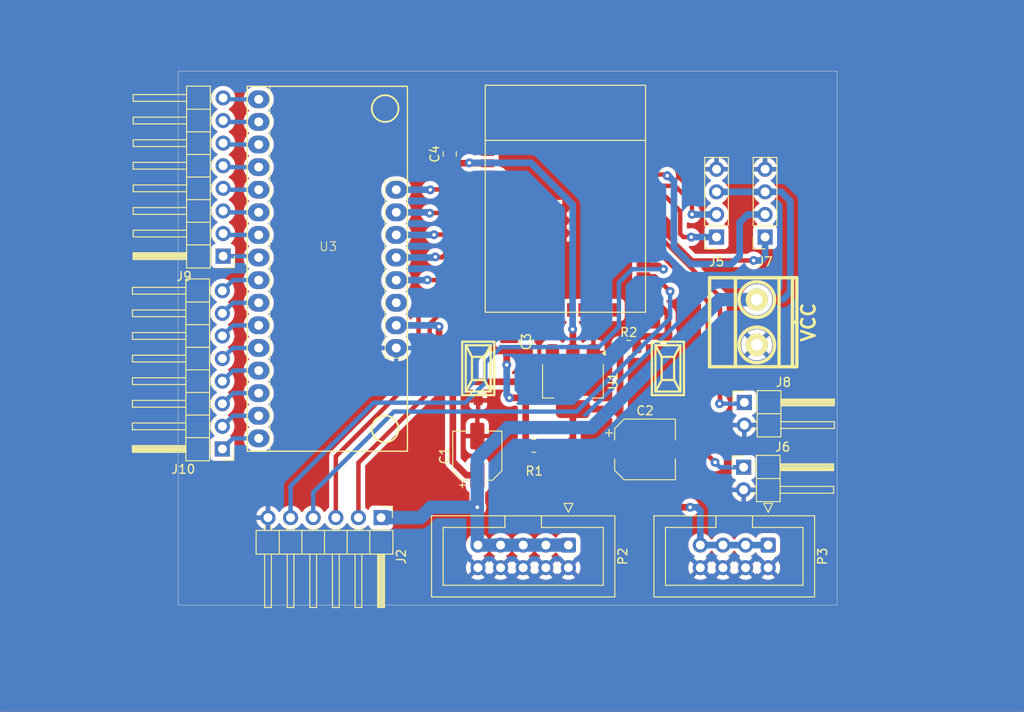
<source format=kicad_pcb>
(kicad_pcb (version 20240108) (generator "pcbnew") (generator_version "8.0")
  (layers (0 "F.Cu" signal) (31 "B.Cu" signal) (34 "B.Paste" user) (35 "F.Paste" user) (36 "B.SilkS" user "B.Silkscreen") (37 "F.SilkS" user "F.Silkscreen") (38 "B.Mask" user) (39 "F.Mask" user) (44 "Edge.Cuts" user))
  (net 0 "")
  (net 1 "+5V")
  (net 2 "GND")
  (net 3 "+3V3")
  (net 4 "/RXD")
  (net 5 "/TXD")
  (net 6 "/BOTON1")
  (net 7 "/SCL")
  (net 8 "/SDA")
  (net 9 "/BOTON2")
  (net 10 "/MULTIPLEXOR1")
  (net 11 "/MULTIPLEXOR2")
  (net 12 "/ENABLE")
  (net 13 "/MULTIPLEXOR4")
  (net 14 "/MULTIPLEXOR3")
  (net 15 "/MULTIPLEXOR5")
  (net 16 "/EN")
  (net 17 "/IOO")
  (net 26 "/MA1")
  (net 31 "/MB2")
  (net 32 "/MB1")
  (net 36 "/MA2")
  (net 38 "Net-(J9-Pin_2)")
  (net 39 "Net-(J9-Pin_5)")
  (net 40 "Net-(J9-Pin_4)")
  (net 41 "Net-(J9-Pin_7)")
  (net 42 "Net-(J9-Pin_6)")
  (net 43 "Net-(J9-Pin_1)")
  (net 44 "Net-(J9-Pin_3)")
  (net 45 "Net-(J9-Pin_8)")
  (net 46 "Net-(J10-Pin_8)")
  (net 47 "Net-(J10-Pin_1)")
  (net 48 "Net-(J10-Pin_4)")
  (net 49 "Net-(J10-Pin_5)")
  (net 50 "Net-(J10-Pin_7)")
  (net 51 "Net-(J10-Pin_3)")
  (net 52 "Net-(J10-Pin_2)")
  (net 53 "Net-(J10-Pin_6)")
  (footprint "EESTN5:Pulsador_SMD_2_ALTO" (layer "F.Cu") (at 135 71.4 90)
    (property "Reference" "SW_BOOT1" (hide yes))
    (property "Value" "SW_Push" (hide yes))
    (pad "1" smd rect (at -3.59918 0 90) (size 1.00076 1.00076) (layers "F.Cu" "F.Paste" "F.Mask") (net 2 "GND"))
    (pad "2" smd rect (at 3.59918 0 90) (size 1.00076 1.00076) (layers "F.Cu" "F.Paste" "F.Mask") (net 17 "/IOO"))
  )
  (footprint "Connector_IDC:IDC-Header_2x05_P2.54mm_Vertical" (layer "F.Cu") (at 123.83 91.25 -90)
    (property "Reference" "P2" (at 1.27 -6.1 90) (layer "F.SilkS"))
    (property "Value" "5vMultiplexor")
    (pad "1" thru_hole roundrect (at 0 0 270) (size 1.7 1.7) (drill 1) (layers "*.Cu" "*.Mask") (roundrect_rratio 0.147059) (net 1 "+5V"))
    (pad "2" thru_hole circle (at 2.54 0 270) (size 1.7 1.7) (drill 1) (layers "*.Cu" "*.Mask") (net 2 "GND"))
    (pad "3" thru_hole circle (at 0 2.54 270) (size 1.7 1.7) (drill 1) (layers "*.Cu" "*.Mask") (net 1 "+5V"))
    (pad "4" thru_hole circle (at 2.54 2.54 270) (size 1.7 1.7) (drill 1) (layers "*.Cu" "*.Mask") (net 2 "GND"))
    (pad "5" thru_hole circle (at 0 5.08 270) (size 1.7 1.7) (drill 1) (layers "*.Cu" "*.Mask") (net 1 "+5V"))
    (pad "6" thru_hole circle (at 2.54 5.08 270) (size 1.7 1.7) (drill 1) (layers "*.Cu" "*.Mask") (net 2 "GND"))
    (pad "7" thru_hole circle (at 0 7.62 270) (size 1.7 1.7) (drill 1) (layers "*.Cu" "*.Mask") (net 1 "+5V"))
    (pad "8" thru_hole circle (at 2.54 7.62 270) (size 1.7 1.7) (drill 1) (layers "*.Cu" "*.Mask") (net 2 "GND"))
    (pad "9" thru_hole circle (at 0 10.16 270) (size 1.7 1.7) (drill 1) (layers "*.Cu" "*.Mask") (net 1 "+5V"))
    (pad "10" thru_hole circle (at 2.54 10.16 270) (size 1.7 1.7) (drill 1) (layers "*.Cu" "*.Mask") (net 2 "GND"))
  )
  (footprint "Capacitor_SMD:CP_Elec_6.3x5.9" (layer "F.Cu") (at 132.43 80.5)
    (property "Reference" "C2" (at 0 -4.35 0) (layer "F.SilkS"))
    (property "Value" "100uF")
    (pad "1" smd roundrect (at -2.8 0) (size 3.5 1.6) (layers "F.Cu" "F.Paste" "F.Mask") (roundrect_rratio 0.15625) (net 3 "+3V3"))
    (pad "2" smd roundrect (at 2.8 0) (size 3.5 1.6) (layers "F.Cu" "F.Paste" "F.Mask") (roundrect_rratio 0.15625) (net 2 "GND"))
  )
  (footprint "Capacitor_SMD:CP_Elec_5x4.5" (layer "F.Cu") (at 113.6 81.2 90)
    (property "Reference" "C1" (at 0 -3.7 270) (layer "F.SilkS"))
    (property "Value" "10uF")
    (pad "1" smd roundrect (at -2.2 0 90) (size 3 1.6) (layers "F.Cu" "F.Paste" "F.Mask") (roundrect_rratio 0.15625) (net 1 "+5V"))
    (pad "2" smd roundrect (at 2.2 0 90) (size 3 1.6) (layers "F.Cu" "F.Paste" "F.Mask") (roundrect_rratio 0.15625) (net 2 "GND"))
  )
  (footprint "Package_TO_SOT_SMD:SOT-223-3_TabPin2" (layer "F.Cu") (at 124.3325 72.82 -90)
    (property "Reference" "U1" (at 0 -4.5 90) (layer "F.SilkS"))
    (property "Value" "AMS1117-3.3")
    (pad "1" smd roundrect (at -3.15 -2.3 270) (size 2 1.5) (layers "F.Cu" "F.Paste" "F.Mask") (net 2 "GND"))
    (pad "2" smd roundrect (at -3.15 0 270) (size 2 1.5) (layers "F.Cu" "F.Paste" "F.Mask") (net 3 "+3V3"))
    (pad "2" smd roundrect (at 3.15 0 270) (size 2 3.8) (layers "F.Cu" "F.Paste" "F.Mask") (net 3 "+3V3"))
    (pad "3" smd roundrect (at -3.15 2.3 270) (size 2 1.5) (layers "F.Cu" "F.Paste" "F.Mask") (net 1 "+5V"))
  )
  (footprint "EESTN5:Pulsador_SMD_2_ALTO" (layer "F.Cu") (at 113.7 71.4 90)
    (property "Reference" "SW_EN1" (hide yes))
    (property "Value" "SW_Push" (hide yes))
    (pad "1" smd rect (at -3.59918 0 90) (size 1.00076 1.00076) (layers "F.Cu" "F.Paste" "F.Mask") (net 2 "GND"))
    (pad "2" smd rect (at 3.59918 0 90) (size 1.00076 1.00076) (layers "F.Cu" "F.Paste" "F.Mask") (net 16 "/EN"))
  )
  (footprint "Resistor_SMD:R_0805_2012Metric" (layer "F.Cu") (at 130.6 69)
    (property "Reference" "R2" (at 0 -1.65 360) (layer "F.SilkS"))
    (property "Value" "10k")
    (pad "1" smd roundrect (at -0.9125 0) (size 1.025 1.4) (layers "F.Cu" "F.Paste" "F.Mask") (roundrect_rratio 0.243902) (net 3 "+3V3"))
    (pad "2" smd roundrect (at 0.9125 0) (size 1.025 1.4) (layers "F.Cu" "F.Paste" "F.Mask") (roundrect_rratio 0.243902) (net 17 "/IOO"))
  )
  (footprint "Connector_PinSocket_2.54mm:PinSocket_1x04_P2.54mm_Vertical" (layer "F.Cu") (at 140.46 56.64 180)
    (property "Reference" "J5" (at 0 -2.77 180) (layer "F.SilkS"))
    (property "Value" "Programador")
    (pad "1" thru_hole rect (at 0 0 180) (size 1.7 1.7) (drill 1) (layers "*.Cu" "*.Mask") (net 4 "/RXD"))
    (pad "2" thru_hole oval (at 0 2.54 180) (size 1.7 1.7) (drill 1) (layers "*.Cu" "*.Mask") (net 5 "/TXD"))
    (pad "3" thru_hole oval (at 0 5.08 180) (size 1.7 1.7) (drill 1) (layers "*.Cu" "*.Mask") (net 1 "+5V"))
    (pad "4" thru_hole oval (at 0 7.62 180) (size 1.7 1.7) (drill 1) (layers "*.Cu" "*.Mask") (net 2 "GND"))
  )
  (footprint "Connector_PinHeader_2.54mm:PinHeader_1x08_P2.54mm_Horizontal" (layer "F.Cu") (at 84.97 80.45 180)
    (property "Reference" "J10" (at 4.385 -2.27 180) (layer "F.SilkS"))
    (property "Value" "MUX_header2")
    (pad "1" thru_hole rect (at 0 0 180) (size 1.7 1.7) (drill 1) (layers "*.Cu" "*.Mask") (net 47 "Net-(J10-Pin_1)"))
    (pad "2" thru_hole oval (at 0 2.54 180) (size 1.7 1.7) (drill 1) (layers "*.Cu" "*.Mask") (net 52 "Net-(J10-Pin_2)"))
    (pad "3" thru_hole oval (at 0 5.08 180) (size 1.7 1.7) (drill 1) (layers "*.Cu" "*.Mask") (net 51 "Net-(J10-Pin_3)"))
    (pad "4" thru_hole oval (at 0 7.62 180) (size 1.7 1.7) (drill 1) (layers "*.Cu" "*.Mask") (net 48 "Net-(J10-Pin_4)"))
    (pad "5" thru_hole oval (at 0 10.16 180) (size 1.7 1.7) (drill 1) (layers "*.Cu" "*.Mask") (net 49 "Net-(J10-Pin_5)"))
    (pad "6" thru_hole oval (at 0 12.7 180) (size 1.7 1.7) (drill 1) (layers "*.Cu" "*.Mask") (net 53 "Net-(J10-Pin_6)"))
    (pad "7" thru_hole oval (at 0 15.24 180) (size 1.7 1.7) (drill 1) (layers "*.Cu" "*.Mask") (net 50 "Net-(J10-Pin_7)"))
    (pad "8" thru_hole oval (at 0 17.78 180) (size 1.7 1.7) (drill 1) (layers "*.Cu" "*.Mask") (net 46 "Net-(J10-Pin_8)"))
  )
  (footprint "Resistor_SMD:R_0805_2012Metric" (layer "F.Cu") (at 119.94 80.08 180)
    (property "Reference" "R1" (at -0.05 -2.85 180) (layer "F.SilkS"))
    (property "Value" "10k")
    (pad "1" smd roundrect (at -0.9125 0 180) (size 1.025 1.4) (layers "F.Cu" "F.Paste" "F.Mask") (roundrect_rratio 0.243902) (net 3 "+3V3"))
    (pad "2" smd roundrect (at 0.9125 0 180) (size 1.025 1.4) (layers "F.Cu" "F.Paste" "F.Mask") (roundrect_rratio 0.243902) (net 16 "/EN"))
  )
  (footprint "Connector_PinSocket_2.54mm:PinSocket_1x04_P2.54mm_Vertical" (layer "F.Cu") (at 145.91 56.64 180)
    (property "Reference" "J7" (at 0 -2.77 180) (layer "F.SilkS"))
    (property "Value" "I2C")
    (pad "1" thru_hole rect (at 0 0 180) (size 1.7 1.7) (drill 1) (layers "*.Cu" "*.Mask") (net 8 "/SDA"))
    (pad "2" thru_hole oval (at 0 2.54 180) (size 1.7 1.7) (drill 1) (layers "*.Cu" "*.Mask") (net 7 "/SCL"))
    (pad "3" thru_hole oval (at 0 5.08 180) (size 1.7 1.7) (drill 1) (layers "*.Cu" "*.Mask") (net 1 "+5V"))
    (pad "4" thru_hole oval (at 0 7.62 180) (size 1.7 1.7) (drill 1) (layers "*.Cu" "*.Mask") (net 2 "GND"))
  )
  (footprint "Connector_PinHeader_2.54mm:PinHeader_1x06_P2.54mm_Horizontal" (layer "F.Cu") (at 102.79 88.165 -90)
    (property "Reference" "J2" (at 4.385 -2.27 90) (layer "F.SilkS"))
    (property "Value" "Motores")
    (pad "1" thru_hole rect (at 0 0 270) (size 1.7 1.7) (drill 1) (layers "*.Cu" "*.Mask") (net 1 "+5V"))
    (pad "2" thru_hole oval (at 0 2.54 270) (size 1.7 1.7) (drill 1) (layers "*.Cu" "*.Mask") (net 36 "/MA2"))
    (pad "3" thru_hole oval (at 0 5.08 270) (size 1.7 1.7) (drill 1) (layers "*.Cu" "*.Mask") (net 26 "/MA1"))
    (pad "4" thru_hole oval (at 0 7.62 270) (size 1.7 1.7) (drill 1) (layers "*.Cu" "*.Mask") (net 32 "/MB1"))
    (pad "5" thru_hole oval (at 0 10.16 270) (size 1.7 1.7) (drill 1) (layers "*.Cu" "*.Mask") (net 31 "/MB2"))
    (pad "6" thru_hole oval (at 0 12.7 270) (size 1.7 1.7) (drill 1) (layers "*.Cu" "*.Mask") (net 2 "GND"))
  )
  (footprint "EESTN5:BORNERA2" (layer "F.Cu") (at 144.98 66.21 90)
    (property "Reference" "J1" (hide yes))
    (property "Value" "VCC" (at 0 5.8 270) (layer "F.SilkS") (effects (font (size 1.5 1.5) (thickness 0.3))))
    (pad "1" thru_hole circle (at -2.54 0 90) (size 2.5 2.5) (drill 1.3) (layers "*.Cu" "*.Mask" "F.SilkS") (net 2 "GND"))
    (pad "2" thru_hole circle (at 2.54 0 90) (size 2.5 2.5) (drill 1.3) (layers "*.Cu" "*.Mask" "F.SilkS") (net 1 "+5V"))
  )
  (footprint "Capacitor_SMD:C_0805_2012Metric_Pad1.18x1.45mm_HandSolder" (layer "F.Cu") (at 119.1 68.4 90)
    (property "Reference" "C3" (at 0 0 -90) (layer "F.SilkS"))
    (property "Value" "100nF")
    (pad "1" smd roundrect (at -1.0375 0 90) (size 1.175 1.45) (layers "F.Cu" "F.Paste" "F.Mask") (roundrect_rratio 0.212766) (net 16 "/EN"))
    (pad "2" smd roundrect (at 1.0375 0 90) (size 1.175 1.45) (layers "F.Cu" "F.Paste" "F.Mask") (roundrect_rratio 0.212766) (net 2 "GND"))
  )
  (footprint "Connector_PinHeader_2.54mm:PinHeader_1x08_P2.54mm_Horizontal" (layer "F.Cu") (at 85.055 58.785 180)
    (property "Reference" "J9" (at 4.385 -2.27 180) (layer "F.SilkS"))
    (property "Value" "MUX_header1")
    (pad "1" thru_hole rect (at 0 0 180) (size 1.7 1.7) (drill 1) (layers "*.Cu" "*.Mask") (net 43 "Net-(J9-Pin_1)"))
    (pad "2" thru_hole oval (at 0 2.54 180) (size 1.7 1.7) (drill 1) (layers "*.Cu" "*.Mask") (net 38 "Net-(J9-Pin_2)"))
    (pad "3" thru_hole oval (at 0 5.08 180) (size 1.7 1.7) (drill 1) (layers "*.Cu" "*.Mask") (net 44 "Net-(J9-Pin_3)"))
    (pad "4" thru_hole oval (at 0 7.62 180) (size 1.7 1.7) (drill 1) (layers "*.Cu" "*.Mask") (net 40 "Net-(J9-Pin_4)"))
    (pad "5" thru_hole oval (at 0 10.16 180) (size 1.7 1.7) (drill 1) (layers "*.Cu" "*.Mask") (net 39 "Net-(J9-Pin_5)"))
    (pad "6" thru_hole oval (at 0 12.7 180) (size 1.7 1.7) (drill 1) (layers "*.Cu" "*.Mask") (net 42 "Net-(J9-Pin_6)"))
    (pad "7" thru_hole oval (at 0 15.24 180) (size 1.7 1.7) (drill 1) (layers "*.Cu" "*.Mask") (net 41 "Net-(J9-Pin_7)"))
    (pad "8" thru_hole oval (at 0 17.78 180) (size 1.7 1.7) (drill 1) (layers "*.Cu" "*.Mask") (net 45 "Net-(J9-Pin_8)"))
  )
  (footprint "Connector_PinHeader_2.54mm:PinHeader_1x02_P2.54mm_Horizontal" (layer "F.Cu") (at 143.5 82.5)
    (property "Reference" "J6" (at 4.385 -2.27 0) (layer "F.SilkS"))
    (property "Value" "Boton2")
    (pad "1" thru_hole rect (at 0 0) (size 1.7 1.7) (drill 1) (layers "*.Cu" "*.Mask") (net 6 "/BOTON1"))
    (pad "2" thru_hole oval (at 0 2.54) (size 1.7 1.7) (drill 1) (layers "*.Cu" "*.Mask") (net 2 "GND"))
  )
  (footprint "Capacitor_SMD:C_0805_2012Metric_Pad1.18x1.45mm_HandSolder" (layer "F.Cu") (at 110.5 47.3 90)
    (property "Reference" "C4" (at 0 -1.68 270) (layer "F.SilkS"))
    (property "Value" "100nF")
    (pad "1" smd roundrect (at -1.0375 0 90) (size 1.175 1.45) (layers "F.Cu" "F.Paste" "F.Mask") (roundrect_rratio 0.212766) (net 3 "+3V3"))
    (pad "2" smd roundrect (at 1.0375 0 90) (size 1.175 1.45) (layers "F.Cu" "F.Paste" "F.Mask") (roundrect_rratio 0.212766) (net 2 "GND"))
  )
  (footprint "Connector_PinHeader_2.54mm:PinHeader_1x02_P2.54mm_Horizontal" (layer "F.Cu") (at 143.585 75.225)
    (property "Reference" "J8" (at 4.385 -2.27 0) (layer "F.SilkS"))
    (property "Value" "Boton1")
    (pad "1" thru_hole rect (at 0 0) (size 1.7 1.7) (drill 1) (layers "*.Cu" "*.Mask") (net 9 "/BOTON2"))
    (pad "2" thru_hole oval (at 0 2.54) (size 1.7 1.7) (drill 1) (layers "*.Cu" "*.Mask") (net 2 "GND"))
  )
  (footprint "EESTN5:ESP32-WROOM-32E" (layer "F.Cu") (at 123.49 55.32675)
    (property "Reference" "U2" (hide yes))
    (property "Value" "ESP32-WROOM-32E")
    (pad "3V3" smd rect (at -8.75 -6.985) (size 1.5 0.9) (layers "F.Cu" "F.Paste" "F.Mask") (net 3 "+3V3"))
    (pad "5" smd rect (at -8.75 -4.445) (size 1.5 0.9) (layers "F.Cu" "F.Paste" "F.Mask"))
    (pad "8" smd rect (at -8.75 -3.175) (size 1.5 0.9) (layers "F.Cu" "F.Paste" "F.Mask"))
    (pad "9" smd rect (at -8.75 -5.715) (size 1.5 0.9) (layers "F.Cu" "F.Paste" "F.Mask") (net 16 "/EN"))
    (pad "10" smd rect (at -8.75 -1.905) (size 1.5 0.9) (layers "F.Cu" "F.Paste" "F.Mask") (net 15 "/MULTIPLEXOR5"))
    (pad "11" smd rect (at -8.75 -0.635) (size 1.5 0.9) (layers "F.Cu" "F.Paste" "F.Mask") (net 13 "/MULTIPLEXOR4"))
    (pad "12" smd rect (at -8.75 0.635) (size 1.5 0.9) (layers "F.Cu" "F.Paste" "F.Mask") (net 14 "/MULTIPLEXOR3"))
    (pad "13" smd rect (at -8.75 1.905) (size 1.5 0.9) (layers "F.Cu" "F.Paste" "F.Mask") (net 11 "/MULTIPLEXOR2"))
    (pad "14" smd rect (at -8.75 3.175) (size 1.5 0.9) (layers "F.Cu" "F.Paste" "F.Mask") (net 10 "/MULTIPLEXOR1"))
    (pad "15" smd rect (at -8.75 4.445) (size 1.5 0.9) (layers "F.Cu" "F.Paste" "F.Mask") (net 26 "/MA1"))
    (pad "16" smd rect (at -8.75 5.715) (size 1.5 0.9) (layers "F.Cu" "F.Paste" "F.Mask") (net 36 "/MA2"))
    (pad "17" smd rect (at -8.75 6.985) (size 1.5 0.9) (layers "F.Cu" "F.Paste" "F.Mask"))
    (pad "18" smd rect (at -8.75 8.255) (size 1.5 0.9) (layers "F.Cu" "F.Paste" "F.Mask"))
    (pad "20" smd rect (at -4.445 9.505 90) (size 1.5 0.9) (layers "F.Cu" "F.Paste" "F.Mask"))
    (pad "21" smd rect (at 4.445 9.505 90) (size 1.5 0.9) (layers "F.Cu" "F.Paste" "F.Mask"))
    (pad "22" smd rect (at 5.715 9.505 90) (size 1.5 0.9) (layers "F.Cu" "F.Paste" "F.Mask"))
    (pad "23" smd rect (at 8.75 8.255 180) (size 1.5 0.9) (layers "F.Cu" "F.Paste" "F.Mask") (net 17 "/IOO"))
    (pad "24" smd rect (at 8.75 6.985 180) (size 1.5 0.9) (layers "F.Cu" "F.Paste" "F.Mask") (net 12 "/ENABLE"))
    (pad "25" smd rect (at 8.75 5.715 180) (size 1.5 0.9) (layers "F.Cu" "F.Paste" "F.Mask") (net 32 "/MB1"))
    (pad "27" smd rect (at 8.75 4.445 180) (size 1.5 0.9) (layers "F.Cu" "F.Paste" "F.Mask") (net 31 "/MB2"))
    (pad "28" smd rect (at -3.175 9.505 90) (size 1.5 0.9) (layers "F.Cu" "F.Paste" "F.Mask"))
    (pad "29" smd rect (at -1.905 9.505 90) (size 1.5 0.9) (layers "F.Cu" "F.Paste" "F.Mask"))
    (pad "30" smd rect (at -0.635 9.505 90) (size 1.5 0.9) (layers "F.Cu" "F.Paste" "F.Mask"))
    (pad "31" smd rect (at 0.635 9.505 90) (size 1.5 0.9) (layers "F.Cu" "F.Paste" "F.Mask"))
    (pad "32" smd rect (at 1.905 9.505 90) (size 1.5 0.9) (layers "F.Cu" "F.Paste" "F.Mask"))
    (pad "33" smd rect (at 3.175 9.505 90) (size 1.5 0.9) (layers "F.Cu" "F.Paste" "F.Mask"))
    (pad "34" smd rect (at 8.75 3.175 180) (size 1.5 0.9) (layers "F.Cu" "F.Paste" "F.Mask") (net 6 "/BOTON1"))
    (pad "35" smd rect (at 8.75 1.905 180) (size 1.5 0.9) (layers "F.Cu" "F.Paste" "F.Mask") (net 9 "/BOTON2"))
    (pad "36" smd rect (at 8.75 -6.985 180) (size 1.5 0.9) (layers "F.Cu" "F.Paste" "F.Mask"))
    (pad "38" smd rect (at 8.75 0.635 180) (size 1.5 0.9) (layers "F.Cu" "F.Paste" "F.Mask"))
    (pad "39" smd rect (at 8.75 -5.715 180) (size 1.5 0.9) (layers "F.Cu" "F.Paste" "F.Mask") (net 7 "/SCL"))
    (pad "40" smd rect (at 8.75 -3.175 180) (size 1.5 0.9) (layers "F.Cu" "F.Paste" "F.Mask") (net 4 "/RXD"))
    (pad "41" smd rect (at 8.75 -4.445 180) (size 1.5 0.9) (layers "F.Cu" "F.Paste" "F.Mask") (net 5 "/TXD"))
    (pad "42" smd rect (at 8.75 -1.905 180) (size 1.5 0.9) (layers "F.Cu" "F.Paste" "F.Mask") (net 8 "/SDA"))
    (pad "GND" smd rect (at -8.75 -8.255) (size 1.5 0.9) (layers "F.Cu" "F.Paste" "F.Mask") (net 2 "GND"))
    (pad "GND" smd rect (at -5.715 9.505 90) (size 1.5 0.9) (layers "F.Cu" "F.Paste" "F.Mask") (net 2 "GND"))
    (pad "GND" smd rect (at -2.9 -1.935) (size 0.9 0.9) (layers "F.Cu" "F.Paste" "F.Mask") (net 2 "GND"))
    (pad "GND" smd rect (at -2.9 -0.535) (size 0.9 0.9) (layers "F.Cu" "F.Paste" "F.Mask") (net 2 "GND"))
    (pad "GND" smd rect (at -2.9 0.865) (size 0.9 0.9) (layers "F.Cu" "F.Paste" "F.Mask") (net 2 "GND"))
    (pad "GND" smd rect (at -1.5 -1.935) (size 0.9 0.9) (layers "F.Cu" "F.Paste" "F.Mask") (net 2 "GND"))
    (pad "GND" smd rect (at -1.5 -0.535) (size 0.9 0.9) (layers "F.Cu" "F.Paste" "F.Mask") (net 2 "GND"))
    (pad "GND" smd rect (at -1.5 0.865) (size 0.9 0.9) (layers "F.Cu" "F.Paste" "F.Mask") (net 2 "GND"))
    (pad "GND" smd rect (at -0.1 -1.935) (size 0.9 0.9) (layers "F.Cu" "F.Paste" "F.Mask") (net 2 "GND"))
    (pad "GND" smd rect (at -0.1 -0.535) (size 0.9 0.9) (layers "F.Cu" "F.Paste" "F.Mask") (net 2 "GND"))
    (pad "GND" smd rect (at -0.1 0.865) (size 0.9 0.9) (layers "F.Cu" "F.Paste" "F.Mask") (net 2 "GND"))
    (pad "GND" smd rect (at 8.75 -8.255 180) (size 1.5 0.9) (layers "F.Cu" "F.Paste" "F.Mask") (net 2 "GND"))
    (pad "NC" smd rect (at 8.75 -0.635 180) (size 1.5 0.9) (layers "F.Cu" "F.Paste" "F.Mask"))
    (zone (net 0) (net_name "") (layer "F.Cu") (connect_pads (clearance 0)) (min_thickness 0.01)
      (keepout (tracks not_allowed) (vias not_allowed) (pads not_allowed) (copperpour not_allowed) (footprints allowed))
      (fill (thermal_gap 0.508) (thermal_bridge_width 0.508))
      (polygon (pts (xy 114.49 39.58175) (xy 132.49 39.58175) (xy 132.49 45.77175) (xy 114.49 45.77175)))
    )
  )
  (footprint "Connector_IDC:IDC-Header_2x04_P2.54mm_Vertical" (layer "F.Cu") (at 146.26 91.25 -90)
    (property "Reference" "P3" (at 1.27 -6.1 90) (layer "F.SilkS"))
    (property "Value" "5vMultiplexor")
    (pad "1" thru_hole roundrect (at 0 0 270) (size 1.7 1.7) (drill 1) (layers "*.Cu" "*.Mask") (roundrect_rratio 0.147059) (net 3 "+3V3"))
    (pad "2" thru_hole circle (at 2.54 0 270) (size 1.7 1.7) (drill 1) (layers "*.Cu" "*.Mask") (net 2 "GND"))
    (pad "3" thru_hole circle (at 0 2.54 270) (size 1.7 1.7) (drill 1) (layers "*.Cu" "*.Mask") (net 3 "+3V3"))
    (pad "4" thru_hole circle (at 2.54 2.54 270) (size 1.7 1.7) (drill 1) (layers "*.Cu" "*.Mask") (net 2 "GND"))
    (pad "5" thru_hole circle (at 0 5.08 270) (size 1.7 1.7) (drill 1) (layers "*.Cu" "*.Mask") (net 3 "+3V3"))
    (pad "6" thru_hole circle (at 2.54 5.08 270) (size 1.7 1.7) (drill 1) (layers "*.Cu" "*.Mask") (net 2 "GND"))
    (pad "7" thru_hole circle (at 0 7.62 270) (size 1.7 1.7) (drill 1) (layers "*.Cu" "*.Mask") (net 3 "+3V3"))
    (pad "8" thru_hole circle (at 2.54 7.62 270) (size 1.7 1.7) (drill 1) (layers "*.Cu" "*.Mask") (net 2 "GND"))
  )
  (footprint "Mix lib:HP4067_module" (layer "F.Cu") (at 96.8 60)
    (property "Reference" "U3" (at 0.05 -2.3 0) (layer "F.SilkS") (effects (font (thickness 0.1))))
    (property "Value" "MUX 4067")
    (pad "1" thru_hole oval (at -7.75 -18.84) (size 2.4 2) (drill 1) (layers "*.Cu" "*.Mask") (net 45 "Net-(J9-Pin_8)"))
    (pad "2" thru_hole oval (at -7.75 -16.3) (size 2.4 2) (drill 1) (layers "*.Cu" "*.Mask") (net 41 "Net-(J9-Pin_7)"))
    (pad "3" thru_hole oval (at -7.75 -13.76) (size 2.4 2) (drill 1) (layers "*.Cu" "*.Mask") (net 42 "Net-(J9-Pin_6)"))
    (pad "4" thru_hole oval (at -7.75 -11.22) (size 2.4 2) (drill 1) (layers "*.Cu" "*.Mask") (net 39 "Net-(J9-Pin_5)"))
    (pad "5" thru_hole oval (at -7.75 -8.68) (size 2.4 2) (drill 1) (layers "*.Cu" "*.Mask") (net 40 "Net-(J9-Pin_4)"))
    (pad "6" thru_hole oval (at -7.75 -6.14) (size 2.4 2) (drill 1) (layers "*.Cu" "*.Mask") (net 44 "Net-(J9-Pin_3)"))
    (pad "7" thru_hole oval (at -7.75 -3.6) (size 2.4 2) (drill 1) (layers "*.Cu" "*.Mask") (net 38 "Net-(J9-Pin_2)"))
    (pad "8" thru_hole oval (at -7.75 -1.06) (size 2.4 2) (drill 1) (layers "*.Cu" "*.Mask") (net 43 "Net-(J9-Pin_1)"))
    (pad "9" thru_hole oval (at -7.75 1.48) (size 2.4 2) (drill 1) (layers "*.Cu" "*.Mask") (net 46 "Net-(J10-Pin_8)"))
    (pad "10" thru_hole oval (at -7.75 4.02) (size 2.4 2) (drill 1) (layers "*.Cu" "*.Mask") (net 50 "Net-(J10-Pin_7)"))
    (pad "11" thru_hole oval (at -7.75 6.56) (size 2.4 2) (drill 1) (layers "*.Cu" "*.Mask") (net 53 "Net-(J10-Pin_6)"))
    (pad "12" thru_hole oval (at -7.75 9.1) (size 2.4 2) (drill 1) (layers "*.Cu" "*.Mask") (net 49 "Net-(J10-Pin_5)"))
    (pad "13" thru_hole oval (at -7.75 11.64) (size 2.4 2) (drill 1) (layers "*.Cu" "*.Mask") (net 48 "Net-(J10-Pin_4)"))
    (pad "14" thru_hole oval (at -7.75 14.18) (size 2.4 2) (drill 1) (layers "*.Cu" "*.Mask") (net 51 "Net-(J10-Pin_3)"))
    (pad "15" thru_hole oval (at -7.75 16.72) (size 2.4 2) (drill 1) (layers "*.Cu" "*.Mask") (net 52 "Net-(J10-Pin_2)"))
    (pad "16" thru_hole oval (at -7.75 19.26) (size 2.4 2) (drill 1) (layers "*.Cu" "*.Mask") (net 47 "Net-(J10-Pin_1)"))
    (pad "17" thru_hole oval (at 7.7 -8.68) (size 2.4 2) (drill 1) (layers "*.Cu" "*.Mask") (net 15 "/MULTIPLEXOR5"))
    (pad "18" thru_hole oval (at 7.7 -6.14) (size 2.4 2) (drill 1) (layers "*.Cu" "*.Mask") (net 13 "/MULTIPLEXOR4"))
    (pad "19" thru_hole oval (at 7.7 -3.6) (size 2.4 2) (drill 1) (layers "*.Cu" "*.Mask") (net 14 "/MULTIPLEXOR3"))
    (pad "20" thru_hole oval (at 7.7 -1.06) (size 2.4 2) (drill 1) (layers "*.Cu" "*.Mask") (net 11 "/MULTIPLEXOR2"))
    (pad "21" thru_hole oval (at 7.7 1.48) (size 2.4 2) (drill 1) (layers "*.Cu" "*.Mask") (net 10 "/MULTIPLEXOR1"))
    (pad "22" thru_hole oval (at 7.7 4.02) (size 2.4 2) (drill 1) (layers "*.Cu" "*.Mask"))
    (pad "23" thru_hole oval (at 7.7 6.56) (size 2.4 2) (drill 1) (layers "*.Cu" "*.Mask") (net 1 "+5V"))
    (pad "24" thru_hole oval (at 7.7 9.1) (size 2.4 2) (drill 1) (layers "*.Cu" "*.Mask") (net 2 "GND"))
  )
  (gr_line (start 80 38) (end 80 98) (stroke (width 0.05)) (layer "Edge.Cuts"))
  (gr_line (start 80 98) (end 154 98) (stroke (width 0.05)) (layer "Edge.Cuts"))
  (gr_line (start 154 38) (end 114 38) (stroke (width 0.05)) (layer "Edge.Cuts"))
  (gr_line (start 154 98) (end 154 38) (stroke (width 0.05)) (layer "Edge.Cuts"))
  (gr_line (start 114 38) (end 80 38) (stroke (width 0.05)) (layer "Edge.Cuts"))
  (segment (start 113.6 87) (end 113.6 87.1) (width 0.75) (layer "F.Cu") (net 1))
  (segment (start 112.38 83.4) (end 110.85 81.87) (width 0.75) (layer "F.Cu") (net 1))
  (segment (start 109.3 70.9) (end 109.3 66.7) (width 0.75) (layer "F.Cu") (net 1))
  (segment (start 122.0325 69.67) (end 122.0325 71.8675) (width 0.75) (layer "F.Cu") (net 1))
  (segment (start 121 72.9) (end 111.3 72.9) (width 0.75) (layer "F.Cu") (net 1))
  (segment (start 110.85 73.35) (end 111.3 72.9) (width 0.75) (layer "F.Cu") (net 1))
  (segment (start 113.6 83.4) (end 112.38 83.4) (width 0.75) (layer "F.Cu") (net 1))
  (segment (start 122.0325 71.8675) (end 121 72.9) (width 0.75) (layer "F.Cu") (net 1))
  (segment (start 113.6 83.4) (end 113.6 87) (width 0.75) (layer "F.Cu") (net 1))
  (segment (start 111.3 72.9) (end 109.3 70.9) (width 0.75) (layer "F.Cu") (net 1))
  (segment (start 110.85 81.87) (end 110.85 73.35) (width 0.75) (layer "F.Cu") (net 1))
  (via (at 109.3 66.7) (size 1) (drill 0.4) (layers "F.Cu" "B.Cu") (net 1))
  (via (at 113.6 87) (size 1) (drill 0.4) (layers "F.Cu" "B.Cu") (net 1))
  (segment (start 145.91 51.56) (end 147.71 51.56) (width 0.75) (layer "B.Cu") (net 1))
  (segment (start 148.74 52.59) (end 148.74 62.83) (width 0.75) (layer "B.Cu") (net 1))
  (segment (start 145.91 51.56) (end 140.46 51.56) (width 0.75) (layer "B.Cu") (net 1))
  (segment (start 126.45 78.05) (end 117.04 78.05) (width 1.5) (layer "B.Cu") (net 1))
  (segment (start 113.6 91.18) (end 113.67 91.25) (width 1.5) (layer "B.Cu") (net 1))
  (segment (start 117.04 78.05) (end 113.6 81.49) (width 1.5) (layer "B.Cu") (net 1))
  (segment (start 113.6 81.49) (end 113.6 87) (width 1.5) (layer "B.Cu") (net 1))
  (segment (start 102.79 88.165) (end 107.215 88.165) (width 1.5) (layer "B.Cu") (net 1))
  (segment (start 140.83 63.67) (end 126.45 78.05) (width 1.5) (layer "B.Cu") (net 1))
  (segment (start 113.59 86.99) (end 113.6 87) (width 0.75) (layer "B.Cu") (net 1))
  (segment (start 144.98 63.67) (end 140.83 63.67) (width 1.5) (layer "B.Cu") (net 1))
  (segment (start 113.67 91.25) (end 123.83 91.25) (width 1.5) (layer "B.Cu") (net 1))
  (segment (start 109.16 66.56) (end 109.3 66.7) (width 0.75) (layer "B.Cu") (net 1))
  (segment (start 148.74 62.83) (end 147.9 63.67) (width 0.75) (layer "B.Cu") (net 1))
  (segment (start 147.71 51.56) (end 148.74 52.59) (width 0.75) (layer "B.Cu") (net 1))
  (segment (start 108.38 87) (end 113.6 87) (width 1.5) (layer "B.Cu") (net 1))
  (segment (start 107.215 88.165) (end 108.38 87) (width 1.5) (layer "B.Cu") (net 1))
  (segment (start 105.37 66.56) (end 109.16 66.56) (width 0.75) (layer "B.Cu") (net 1))
  (segment (start 113.6 87) (end 113.6 91.18) (width 1.5) (layer "B.Cu") (net 1))
  (segment (start 123.52 80.08) (end 124.3325 79.2675) (width 0.75) (layer "F.Cu") (net 3))
  (segment (start 124.3325 79.2675) (end 124.3325 75.97) (width 0.75) (layer "F.Cu") (net 3))
  (segment (start 112.65825 48.34175) (end 111.00425 48.34175) (width 0.75) (layer "F.Cu") (net 3))
  (segment (start 132.1 87) (end 129.63 84.53) (width 0.75) (layer "F.Cu") (net 3))
  (segment (start 124.3325 67.0325) (end 124.3 67) (width 0.75) (layer "F.Cu") (net 3))
  (segment (start 124.3325 69.67) (end 124.3325 75.97) (width 0.75) (layer "F.Cu") (net 3))
  (segment (start 129.9875 69) (end 129.63 69.3575) (width 0.75) (layer "F.Cu") (net 3))
  (segment (start 111.00425 48.34175) (end 111.1 48.4375) (width 0.75) (layer "F.Cu") (net 3))
  (segment (start 124.3325 66.9675) (end 124.3325 66.8825) (width 0.75) (layer "F.Cu") (net 3))
  (segment (start 124.3 67) (end 124.3325 66.9675) (width 0.75) (layer "F.Cu") (net 3))
  (segment (start 124.3325 69.67) (end 124.3325 67.0325) (width 0.75) (layer "F.Cu") (net 3))
  (segment (start 112.7 48.3) (end 112.65825 48.34175) (width 0.75) (layer "F.Cu") (net 3))
  (segment (start 112.74175 48.34175) (end 112.7 48.3) (width 0.75) (layer "F.Cu") (net 3))
  (segment (start 137.5 87) (end 132.1 87) (width 0.75) (layer "F.Cu") (net 3))
  (segment (start 128.9 75.97) (end 129.63 76.7) (width 0.75) (layer "F.Cu") (net 3))
  (segment (start 124.3325 75.97) (end 128.9 75.97) (width 0.75) (layer "F.Cu") (net 3))
  (segment (start 114.74 48.34175) (end 112.74175 48.34175) (width 0.75) (layer "F.Cu") (net 3))
  (segment (start 129.63 77.53) (end 129.63 80.5) (width 0.75) (layer "F.Cu") (net 3))
  (segment (start 129.63 84.53) (end 129.63 80.5) (width 0.75) (layer "F.Cu") (net 3))
  (segment (start 129.63 76.7) (end 129.63 77.53) (width 0.75) (layer "F.Cu") (net 3))
  (segment (start 129.63 69.3575) (end 129.63 77.53) (width 0.75) (layer "F.Cu") (net 3))
  (segment (start 120.8525 80.08) (end 123.52 80.08) (width 0.75) (layer "F.Cu") (net 3))
  (via (at 124.3 67) (size 1) (drill 0.4) (layers "F.Cu" "B.Cu") (net 3))
  (via (at 112.7 48.3) (size 1) (drill 0.4) (layers "F.Cu" "B.Cu") (net 3))
  (via (at 137.5 87) (size 1) (drill 0.4) (layers "F.Cu" "B.Cu") (net 3))
  (segment (start 124.3 67) (end 124.3 53) (width 0.75) (layer "B.Cu") (net 3))
  (segment (start 137.5 87) (end 138.25 87) (width 0.75) (layer "B.Cu") (net 3))
  (segment (start 138.25 87) (end 138.64 87.39) (width 0.75) (layer "B.Cu") (net 3))
  (segment (start 124.3 53) (end 119.6 48.3) (width 0.75) (layer "B.Cu") (net 3))
  (segment (start 119.6 48.3) (end 112.8 48.3) (width 0.75) (layer "B.Cu") (net 3))
  (segment (start 138.64 87.39) (end 138.64 91.25) (width 0.75) (layer "B.Cu") (net 3))
  (segment (start 138.64 91.25) (end 146.26 91.25) (width 0.75) (layer "B.Cu") (net 3))
  (segment (start 136.38 56.28) (end 136.38 53.72) (width 0.5) (layer "F.Cu") (net 4))
  (segment (start 134.81175 52.15175) (end 132.24 52.15175) (width 0.5) (layer "F.Cu") (net 4))
  (segment (start 136.74 56.64) (end 136.38 56.28) (width 0.5) (layer "F.Cu") (net 4))
  (segment (start 137.62 56.64) (end 136.74 56.64) (width 0.5) (layer "F.Cu") (net 4))
  (segment (start 136.38 53.72) (end 134.81175 52.15175) (width 0.5) (layer "F.Cu") (net 4))
  (via (at 137.62 56.64) (size 1) (drill 0.4) (layers "F.Cu" "B.Cu") (net 4))
  (segment (start 140.46 56.64) (end 137.69 56.64) (width 0.75) (layer "B.Cu") (net 4))
  (segment (start 137.62 56.64) (end 137.62 56.71) (width 0.75) (layer "B.Cu") (net 4))
  (segment (start 137.69 56.64) (end 137.69 56.64) (width 0.75) (layer "B.Cu") (net 4))
  (segment (start 137.69 56.64) (end 137.62 56.64) (width 0.75) (layer "B.Cu") (net 4))
  (segment (start 137.62 56.71) (end 137.68 56.65) (width 0.75) (layer "B.Cu") (net 4))
  (segment (start 137.71 52.8) (end 135.79175 50.88175) (width 0.5) (layer "F.Cu") (net 5))
  (segment (start 137.71 54.08) (end 137.71 52.8) (width 0.5) (layer "F.Cu") (net 5))
  (segment (start 135.79175 50.88175) (end 132.24 50.88175) (width 0.5) (layer "F.Cu") (net 5))
  (via (at 137.71 54.08) (size 1) (drill 0.4) (layers "F.Cu" "B.Cu") (net 5))
  (segment (start 140.46 54.1) (end 137.73 54.1) (width 0.75) (layer "B.Cu") (net 5))
  (segment (start 137.66 54.1) (end 137.62 54.14) (width 0.75) (layer "B.Cu") (net 5))
  (segment (start 137.73 54.1) (end 137.71 54.08) (width 0.75) (layer "B.Cu") (net 5))
  (segment (start 137.69 54.1) (end 137.66 54.1) (width 0.75) (layer "B.Cu") (net 5))
  (segment (start 137.71 54.08) (end 137.69 54.1) (width 0.75) (layer "B.Cu") (net 5))
  (segment (start 139.47 81.135) (end 139.47 63.87) (width 0.5) (layer "F.Cu") (net 6))
  (segment (start 139.47 63.87) (end 134.10175 58.50175) (width 0.5) (layer "F.Cu") (net 6))
  (segment (start 134.10175 58.50175) (end 132.24 58.50175) (width 0.5) (layer "F.Cu") (net 6))
  (segment (start 140.2925 81.9575) (end 139.47 81.135) (width 0.5) (layer "F.Cu") (net 6))
  (via (at 140.2925 81.9575) (size 1) (drill 0.4) (layers "F.Cu" "B.Cu") (net 6))
  (segment (start 140.835 82.5) (end 143.5 82.5) (width 0.5) (layer "B.Cu") (net 6))
  (segment (start 140.2925 81.9575) (end 140.835 82.5) (width 0.5) (layer "B.Cu") (net 6))
  (segment (start 134.78175 49.61175) (end 134.92 49.75) (width 0.5) (layer "F.Cu") (net 7))
  (segment (start 132.24 49.61175) (end 134.78175 49.61175) (width 0.5) (layer "F.Cu") (net 7))
  (via (at 134.92 49.75) (size 1) (drill 0.4) (layers "F.Cu" "B.Cu") (net 7))
  (segment (start 134.92 49.61) (end 134.99 49.68) (width 0.75) (layer "B.Cu") (net 7))
  (segment (start 145.845 54.17) (end 145.915 54.1) (width 0.75) (layer "B.Cu") (net 7))
  (segment (start 135.68 57.79) (end 135.68 50.37) (width 0.75) (layer "B.Cu") (net 7))
  (segment (start 135.06 49.75) (end 134.92 49.75) (width 0.75) (layer "B.Cu") (net 7))
  (segment (start 143.06 55) (end 143.06 58.75) (width 0.75) (layer "B.Cu") (net 7))
  (segment (start 145.91 54.1) (end 143.96 54.1) (width 0.75) (layer "B.Cu") (net 7))
  (segment (start 143.06 58.75) (end 142.14 59.67) (width 0.75) (layer "B.Cu") (net 7))
  (segment (start 135.68 50.37) (end 135.06 49.75) (width 0.75) (layer "B.Cu") (net 7))
  (segment (start 143.96 54.1) (end 143.06 55) (width 0.75) (layer "B.Cu") (net 7))
  (segment (start 137.56 59.67) (end 135.68 57.79) (width 0.75) (layer "B.Cu") (net 7))
  (segment (start 134.99 49.68) (end 134.99 49.65) (width 0.75) (layer "B.Cu") (net 7))
  (segment (start 142.14 59.67) (end 137.56 59.67) (width 0.75) (layer "B.Cu") (net 7))
  (segment (start 134.92 49.75) (end 134.92 49.61) (width 0.75) (layer "B.Cu") (net 7))
  (segment (start 135.04 56.56) (end 135.04 54.85) (width 0.5) (layer "F.Cu") (net 8))
  (segment (start 144.63 59.27) (end 137.75 59.27) (width 0.5) (layer "F.Cu") (net 8))
  (segment (start 137.75 59.27) (end 135.04 56.56) (width 0.5) (layer "F.Cu") (net 8))
  (segment (start 133.61175 53.42175) (end 132.24 53.42175) (width 0.5) (layer "F.Cu") (net 8))
  (segment (start 135.04 54.85) (end 133.61175 53.42175) (width 0.5) (layer "F.Cu") (net 8))
  (via (at 144.63 59.27) (size 1) (drill 0.4) (layers "F.Cu" "B.Cu") (net 8))
  (segment (start 145.91 58.86) (end 145.91 56.64) (width 0.75) (layer "B.Cu") (net 8))
  (segment (start 145.5 59.27) (end 145.91 58.86) (width 0.75) (layer "B.Cu") (net 8))
  (segment (start 144.63 59.27) (end 145.5 59.27) (width 0.75) (layer "B.Cu") (net 8))
  (segment (start 134.7218 57.23175) (end 132.24 57.23175) (width 0.5) (layer "F.Cu") (net 9))
  (segment (start 140.85 75.31) (end 140.85 63.35995) (width 0.5) (layer "F.Cu") (net 9))
  (segment (start 140.85 75.31) (end 140.85 74.34) (width 0.5) (layer "F.Cu") (net 9))
  (segment (start 140.8 75.36) (end 140.85 75.31) (width 0.5) (layer "F.Cu") (net 9))
  (segment (start 140.85 63.35995) (end 134.7218 57.23175) (width 0.5) (layer "F.Cu") (net 9))
  (via (at 140.8 75.36) (size 1) (drill 0.4) (layers "F.Cu" "B.Cu") (net 9))
  (segment (start 143.585 75.225) (end 143.45 75.36) (width 0.5) (layer "B.Cu") (net 9))
  (segment (start 143.45 75.36) (end 140.8 75.36) (width 0.5) (layer "B.Cu") (net 9))
  (segment (start 143.585 75.655) (end 143.585 75.225) (width 0.5) (layer "B.Cu") (net 9))
  (segment (start 107.99 61.47) (end 107.98 61.46) (width 0.5) (layer "F.Cu") (net 10))
  (segment (start 107.97 61.47) (end 107.89 61.47) (width 0.5) (layer "F.Cu") (net 10))
  (segment (start 112.38825 58.50175) (end 110.05 60.84) (width 0.5) (layer "F.Cu") (net 10))
  (segment (start 107.98 61.46) (end 107.97 61.47) (width 0.5) (layer "F.Cu") (net 10))
  (segment (start 109.42 61.47) (end 107.99 61.47) (width 0.5) (layer "F.Cu") (net 10))
  (segment (start 110.05 60.84) (end 109.42 61.47) (width 0.5) (layer "F.Cu") (net 10))
  (segment (start 114.74 58.50175) (end 112.38825 58.50175) (width 0.5) (layer "F.Cu") (net 10))
  (via (at 107.98 61.46) (size 1) (drill 0.4) (layers "F.Cu" "B.Cu") (net 10))
  (segment (start 105.37 61.48) (end 107.96 61.48) (width 0.75) (layer "B.Cu") (net 10))
  (segment (start 107.96 61.48) (end 107.98 61.46) (width 0.75) (layer "B.Cu") (net 10))
  (segment (start 110.32 58.25) (end 109.65 58.92) (width 0.5) (layer "F.Cu") (net 11))
  (segment (start 111.33825 57.23175) (end 110.32 58.25) (width 0.5) (layer "F.Cu") (net 11))
  (segment (start 108.93 58.92) (end 108.88 58.87) (width 0.5) (layer "F.Cu") (net 11))
  (segment (start 108.83 58.92) (end 108.69 58.92) (width 0.5) (layer "F.Cu") (net 11))
  (segment (start 109.65 58.92) (end 108.93 58.92) (width 0.5) (layer "F.Cu") (net 11))
  (segment (start 108.88 58.87) (end 108.83 58.92) (width 0.5) (layer "F.Cu") (net 11))
  (segment (start 114.74 57.23175) (end 111.33825 57.23175) (width 0.5) (layer "F.Cu") (net 11))
  (via (at 108.88 58.87) (size 1) (drill 0.4) (layers "F.Cu" "B.Cu") (net 11))
  (segment (start 108.81 58.94) (end 108.88 58.87) (width 0.75) (layer "B.Cu") (net 11))
  (segment (start 105.37 58.94) (end 108.81 58.94) (width 0.75) (layer "B.Cu") (net 11))
  (segment (start 110.93175 54.69175) (end 110.14 53.9) (width 0.5) (layer "F.Cu") (net 13))
  (segment (start 108.25 53.95) (end 108.23 53.9) (width 0.5) (layer "F.Cu") (net 13))
  (segment (start 110.14 53.9) (end 108.25 53.95) (width 0.5) (layer "F.Cu") (net 13))
  (segment (start 114.74 54.69175) (end 110.93175 54.69175) (width 0.5) (layer "F.Cu") (net 13))
  (via (at 108.25 53.95) (size 1) (drill 0.4) (layers "F.Cu" "B.Cu") (net 13))
  (segment (start 108.16 53.86) (end 108.25 53.95) (width 0.75) (layer "B.Cu") (net 13))
  (segment (start 105.37 53.86) (end 108.16 53.86) (width 0.75) (layer "B.Cu") (net 13))
  (segment (start 108.74 56.38) (end 108.72 56.36) (width 0.5) (layer "F.Cu") (net 14))
  (segment (start 110.53 56.28) (end 110.45 56.36) (width 0.5) (layer "F.Cu") (net 14))
  (segment (start 108.72 56.36) (end 108.67 56.36) (width 0.5) (layer "F.Cu") (net 14))
  (segment (start 114.74 55.96175) (end 110.84825 55.96175) (width 0.5) (layer "F.Cu") (net 14))
  (segment (start 110.84825 55.96175) (end 110.53 56.28) (width 0.5) (layer "F.Cu") (net 14))
  (segment (start 108.76 56.36) (end 108.74 56.38) (width 0.5) (layer "F.Cu") (net 14))
  (segment (start 110.45 56.36) (end 108.76 56.36) (width 0.5) (layer "F.Cu") (net 14))
  (via (at 108.74 56.38) (size 1) (drill 0.4) (layers "F.Cu" "B.Cu") (net 14))
  (segment (start 105.37 56.4) (end 108.72 56.4) (width 0.75) (layer "B.Cu") (net 14))
  (segment (start 108.72 56.4) (end 108.74 56.38) (width 0.75) (layer "B.Cu") (net 14))
  (segment (start 110.7 51.29) (end 108.36 51.29) (width 0.5) (layer "F.Cu") (net 15))
  (segment (start 114.74 53.42175) (end 112.83175 53.42175) (width 0.5) (layer "F.Cu") (net 15))
  (segment (start 112.83175 53.42175) (end 110.94 51.53) (width 0.5) (layer "F.Cu") (net 15))
  (segment (start 110.94 51.53) (end 110.7 51.29) (width 0.5) (layer "F.Cu") (net 15))
  (segment (start 108.36 51.29) (end 108.32 51.33) (width 0.5) (layer "F.Cu") (net 15))
  (segment (start 108.28 51.29) (end 108.18 51.29) (width 0.5) (layer "F.Cu") (net 15))
  (segment (start 108.32 51.33) (end 108.28 51.29) (width 0.5) (layer "F.Cu") (net 15))
  (via (at 108.32 51.33) (size 1) (drill 0.4) (layers "F.Cu" "B.Cu") (net 15))
  (segment (start 105.37 51.32) (end 108.31 51.32) (width 0.75) (layer "B.Cu") (net 15))
  (segment (start 108.31 51.32) (end 108.32 51.33) (width 0.75) (layer "B.Cu") (net 15))
  (segment (start 115.29918 68.99918) (end 115.7375 69.4375) (width 0.75) (layer "F.Cu") (net 16))
  (segment (start 115.29918 67.80082) (end 115.29918 68.99918) (width 0.75) (layer "F.Cu") (net 16))
  (segment (start 116.9 69.4375) (end 119.1 69.4375) (width 0.75) (layer "F.Cu") (net 16))
  (segment (start 119.0275 75.3275) (end 118.4 74.7) (width 0.75) (layer "F.Cu") (net 16))
  (segment (start 116.9 69.9) (end 116.9 71) (width 0.75) (layer "F.Cu") (net 16))
  (segment (start 113.7 67.80082) (end 115.29918 67.80082) (width 0.75) (layer "F.Cu") (net 16))
  (segment (start 115.29918 67.75082) (end 116.4 66.65) (width 0.75) (layer "F.Cu") (net 16))
  (segment (start 116.9 71) (end 116.9 71.1) (width 0.75) (layer "F.Cu") (net 16))
  (segment (start 115.7375 69.4375) (end 116.9 69.4375) (width 0.75) (layer "F.Cu") (net 16))
  (segment (start 115.29918 67.80082) (end 115.29918 67.75082) (width 0.75) (layer "F.Cu") (net 16))
  (segment (start 119.0275 80.08) (end 119.0275 75.3275) (width 0.75) (layer "F.Cu") (net 16))
  (segment (start 116.01175 49.61175) (end 114.74 49.61175) (width 0.75) (layer "F.Cu") (net 16))
  (segment (start 118.4 74.7) (end 117.2 74.7) (width 0.75) (layer "F.Cu") (net 16))
  (segment (start 117.2 74.7) (end 117.3 74.7) (width 0.75) (layer "F.Cu") (net 16))
  (segment (start 116.9 69.4375) (end 116.9 69.9) (width 0.75) (layer "F.Cu") (net 16))
  (segment (start 116.4 50) (end 116.01175 49.61175) (width 0.75) (layer "F.Cu") (net 16))
  (segment (start 116.4 66.65) (end 116.4 50) (width 0.75) (layer "F.Cu") (net 16))
  (via (at 117.2 74.7) (size 1) (drill 0.4) (layers "F.Cu" "B.Cu") (net 16))
  (via (at 116.9 71) (size 1) (drill 0.4) (layers "F.Cu" "B.Cu") (net 16))
  (segment (start 117.2 74.7) (end 116.9 74.4) (width 0.75) (layer "B.Cu") (net 16))
  (segment (start 116.9 74.4) (end 116.9 71) (width 0.75) (layer "B.Cu") (net 16))
  (segment (start 133.28175 63.58175) (end 135 65.3) (width 0.75) (layer "F.Cu") (net 17))
  (segment (start 132.24 63.58175) (end 133.28175 63.58175) (width 0.75) (layer "F.Cu") (net 17))
  (segment (start 131.5125 69) (end 131.5125 68.1875) (width 0.75) (layer "F.Cu") (net 17))
  (segment (start 131.5125 68.1875) (end 131.89918 67.80082) (width 0.75) (layer "F.Cu") (net 17))
  (segment (start 135 65.3) (end 135 67.80082) (width 0.75) (layer "F.Cu") (net 17))
  (segment (start 131.89918 67.80082) (end 135 67.80082) (width 0.75) (layer "F.Cu") (net 17))
  (segment (start 114.74 59.77175) (end 112.72825 59.77175) (width 0.5) (layer "F.Cu") (net 26))
  (segment (start 107 72) (end 97.71 81.29) (width 0.5) (layer "F.Cu") (net 26))
  (segment (start 112.72825 59.77175) (end 107 65.5) (width 0.5) (layer "F.Cu") (net 26))
  (segment (start 97.71 81.29) (end 97.71 88.165) (width 0.5) (layer "F.Cu") (net 26))
  (segment (start 107 65.5) (end 107 72) (width 0.5) (layer "F.Cu") (net 26))
  (segment (start 134.5 60.25) (end 134.02175 59.77175) (width 0.5) (layer "F.Cu") (net 31))
  (segment (start 134.02175 59.77175) (end 132.24 59.77175) (width 0.5) (layer "F.Cu") (net 31))
  (via (at 134.5 60.25) (size 1) (drill 0.4) (layers "F.Cu" "B.Cu") (net 31))
  (segment (start 129.5 66.75) (end 129.5 61.75) (width 0.5) (layer "B.Cu") (net 31))
  (segment (start 112.25 75.25) (end 114.5 73) (width 0.5) (layer "B.Cu") (net 31))
  (segment (start 131 60.25) (end 134.5 60.25) (width 0.5) (layer "B.Cu") (net 31))
  (segment (start 127.25 69) (end 129.5 66.75) (width 0.5) (layer "B.Cu") (net 31))
  (segment (start 114.5 70.75) (end 116.25 69) (width 0.5) (layer "B.Cu") (net 31))
  (segment (start 92.63 88.165) (end 92.63 84.62) (width 0.5) (layer "B.Cu") (net 31))
  (segment (start 129.5 61.75) (end 131 60.25) (width 0.5) (layer "B.Cu") (net 31))
  (segment (start 134.5 60.25) (end 134.25 60.25) (width 0.5) (layer "B.Cu") (net 31))
  (segment (start 92.63 84.62) (end 102 75.25) (width 0.5) (layer "B.Cu") (net 31))
  (segment (start 116.25 69) (end 127.25 69) (width 0.5) (layer "B.Cu") (net 31))
  (segment (start 114.5 73) (end 114.5 70.75) (width 0.5) (layer "B.Cu") (net 31))
  (segment (start 102 75.25) (end 112.25 75.25) (width 0.5) (layer "B.Cu") (net 31))
  (segment (start 133.54175 61.04175) (end 132.24 61.04175) (width 0.5) (layer "F.Cu") (net 32))
  (segment (start 135.25 62.75) (end 133.54175 61.04175) (width 0.5) (layer "F.Cu") (net 32))
  (via (at 135.25 62.75) (size 1) (drill 0.4) (layers "F.Cu" "B.Cu") (net 32))
  (segment (start 95.17 88.165) (end 95.17 85.33) (width 0.5) (layer "B.Cu") (net 32))
  (segment (start 104.25 76.25) (end 124.75 76.25) (width 0.5) (layer "B.Cu") (net 32))
  (segment (start 135.25 62.75) (end 135 62.75) (width 0.5) (layer "B.Cu") (net 32))
  (segment (start 95.17 85.33) (end 104.25 76.25) (width 0.5) (layer "B.Cu") (net 32))
  (segment (start 124.75 76.25) (end 135.25 65.75) (width 0.5) (layer "B.Cu") (net 32))
  (segment (start 135.25 65.75) (end 135.25 62.75) (width 0.5) (layer "B.Cu") (net 32))
  (segment (start 108.25 66.406497) (end 113.614747 61.04175) (width 0.5) (layer "F.Cu") (net 36))
  (segment (start 113.614747 61.04175) (end 114.74 61.04175) (width 0.5) (layer "F.Cu") (net 36))
  (segment (start 100.25 88.165) (end 100.25 82) (width 0.5) (layer "F.Cu") (net 36))
  (segment (start 108.25 74) (end 108.25 66.406497) (width 0.5) (layer "F.Cu") (net 36))
  (segment (start 100.25 82) (end 108.25 74) (width 0.5) (layer "F.Cu") (net 36))
  (segment (start 89.92 56.4) (end 85.21 56.4) (width 0.5) (layer "B.Cu") (net 38))
  (segment (start 85.21 56.4) (end 85.055 56.245) (width 0.5) (layer "B.Cu") (net 38))
  (segment (start 85.21 48.78) (end 85.055 48.625) (width 0.5) (layer "B.Cu") (net 39))
  (segment (start 89.92 48.78) (end 85.21 48.78) (width 0.5) (layer "B.Cu") (net 39))
  (segment (start 85.21 51.32) (end 85.055 51.165) (width 0.5) (layer "B.Cu") (net 40))
  (segment (start 89.92 51.32) (end 85.21 51.32) (width 0.5) (layer "B.Cu") (net 40))
  (segment (start 85.21 43.7) (end 85.055 43.545) (width 0.5) (layer "B.Cu") (net 41))
  (segment (start 89.92 43.7) (end 85.21 43.7) (width 0.5) (layer "B.Cu") (net 41))
  (segment (start 89.92 46.24) (end 85.21 46.24) (width 0.5) (layer "B.Cu") (net 42))
  (segment (start 85.21 46.24) (end 85.055 46.085) (width 0.5) (layer "B.Cu") (net 42))
  (segment (start 89.765 58.785) (end 89.92 58.94) (width 0.5) (layer "B.Cu") (net 43))
  (segment (start 85.055 58.785) (end 89.765 58.785) (width 0.5) (layer "B.Cu") (net 43))
  (segment (start 89.92 53.86) (end 85.21 53.86) (width 0.5) (layer "B.Cu") (net 44))
  (segment (start 85.21 53.86) (end 85.055 53.705) (width 0.5) (layer "B.Cu") (net 44))
  (segment (start 89.92 41.16) (end 85.21 41.16) (width 0.5) (layer "B.Cu") (net 45))
  (segment (start 85.21 41.16) (end 85.055 41.005) (width 0.5) (layer "B.Cu") (net 45))
  (segment (start 84.97 62.67) (end 86.16 61.48) (width 0.5) (layer "B.Cu") (net 46))
  (segment (start 86.16 61.48) (end 89.92 61.48) (width 0.5) (layer "B.Cu") (net 46))
  (segment (start 86.16 79.26) (end 84.97 80.45) (width 0.5) (layer "B.Cu") (net 47))
  (segment (start 89.92 79.26) (end 86.16 79.26) (width 0.5) (layer "B.Cu") (net 47))
  (segment (start 89.92 71.64) (end 86.16 71.64) (width 0.5) (layer "B.Cu") (net 48))
  (segment (start 86.16 71.64) (end 84.97 72.83) (width 0.5) (layer "B.Cu") (net 48))
  (segment (start 86.16 69.1) (end 84.97 70.29) (width 0.5) (layer "B.Cu") (net 49))
  (segment (start 89.92 69.1) (end 86.16 69.1) (width 0.5) (layer "B.Cu") (net 49))
  (segment (start 86.16 64.02) (end 84.97 65.21) (width 0.5) (layer "B.Cu") (net 50))
  (segment (start 89.92 64.02) (end 86.16 64.02) (width 0.5) (layer "B.Cu") (net 50))
  (segment (start 89.92 74.18) (end 86.16 74.18) (width 0.5) (layer "B.Cu") (net 51))
  (segment (start 86.16 74.18) (end 84.97 75.37) (width 0.5) (layer "B.Cu") (net 51))
  (segment (start 86.16 76.72) (end 84.97 77.91) (width 0.5) (layer "B.Cu") (net 52))
  (segment (start 89.92 76.72) (end 86.16 76.72) (width 0.5) (layer "B.Cu") (net 52))
  (segment (start 86.16 66.56) (end 84.97 67.75) (width 0.5) (layer "B.Cu") (net 53))
  (segment (start 89.92 66.56) (end 86.16 66.56) (width 0.5) (layer "B.Cu") (net 53))
  (zone (net 2) (net_name "GND") (layers "F&B.Cu") (connect_pads (clearance 0.5)) (min_thickness 0.25) (fill yes (thermal_gap 0.5) (thermal_bridge_width 0.5))
    (polygon (pts (xy 60 30) (xy 175 30) (xy 175 110) (xy 60 110)))
  )
)
</source>
